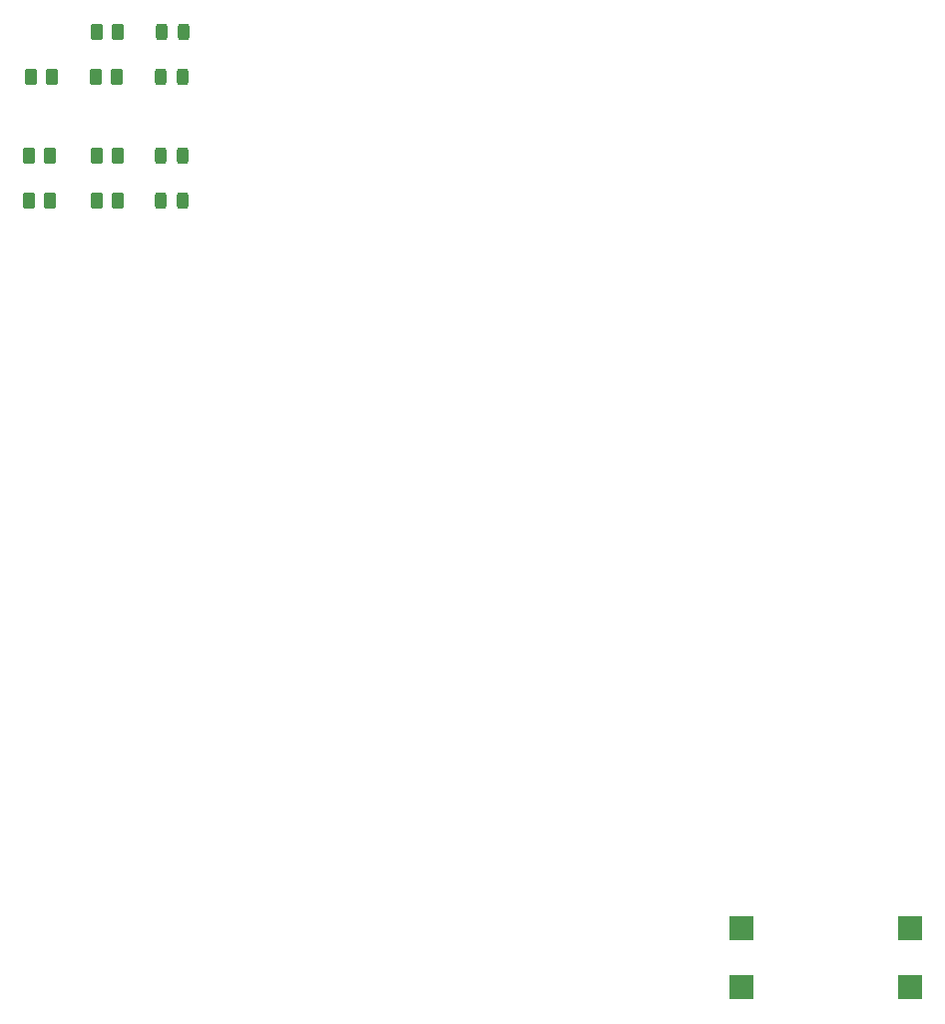
<source format=gbr>
%TF.GenerationSoftware,KiCad,Pcbnew,(6.0.7)*%
%TF.CreationDate,2023-02-04T14:26:28-06:00*%
%TF.ProjectId,ControlsSim,436f6e74-726f-46c7-9353-696d2e6b6963,rev?*%
%TF.SameCoordinates,Original*%
%TF.FileFunction,Paste,Top*%
%TF.FilePolarity,Positive*%
%FSLAX46Y46*%
G04 Gerber Fmt 4.6, Leading zero omitted, Abs format (unit mm)*
G04 Created by KiCad (PCBNEW (6.0.7)) date 2023-02-04 14:26:28*
%MOMM*%
%LPD*%
G01*
G04 APERTURE LIST*
G04 Aperture macros list*
%AMRoundRect*
0 Rectangle with rounded corners*
0 $1 Rounding radius*
0 $2 $3 $4 $5 $6 $7 $8 $9 X,Y pos of 4 corners*
0 Add a 4 corners polygon primitive as box body*
4,1,4,$2,$3,$4,$5,$6,$7,$8,$9,$2,$3,0*
0 Add four circle primitives for the rounded corners*
1,1,$1+$1,$2,$3*
1,1,$1+$1,$4,$5*
1,1,$1+$1,$6,$7*
1,1,$1+$1,$8,$9*
0 Add four rect primitives between the rounded corners*
20,1,$1+$1,$2,$3,$4,$5,0*
20,1,$1+$1,$4,$5,$6,$7,0*
20,1,$1+$1,$6,$7,$8,$9,0*
20,1,$1+$1,$8,$9,$2,$3,0*%
G04 Aperture macros list end*
%ADD10RoundRect,0.250000X0.262500X0.450000X-0.262500X0.450000X-0.262500X-0.450000X0.262500X-0.450000X0*%
%ADD11RoundRect,0.250000X-0.262500X-0.450000X0.262500X-0.450000X0.262500X0.450000X-0.262500X0.450000X0*%
%ADD12RoundRect,0.243750X-0.243750X-0.456250X0.243750X-0.456250X0.243750X0.456250X-0.243750X0.456250X0*%
%ADD13R,2.100000X2.100000*%
G04 APERTURE END LIST*
D10*
%TO.C,R6*%
X114350000Y-67750000D03*
X112525000Y-67750000D03*
%TD*%
D11*
%TO.C,R3*%
X112587500Y-78250000D03*
X114412500Y-78250000D03*
%TD*%
D12*
%TO.C,D4*%
X118062500Y-67750000D03*
X119937500Y-67750000D03*
%TD*%
D11*
%TO.C,R4*%
X106837500Y-78250000D03*
X108662500Y-78250000D03*
%TD*%
D12*
%TO.C,D2*%
X118062500Y-78250000D03*
X119937500Y-78250000D03*
%TD*%
D10*
%TO.C,R2*%
X108662500Y-74500000D03*
X106837500Y-74500000D03*
%TD*%
D12*
%TO.C,D3*%
X118125000Y-64000000D03*
X120000000Y-64000000D03*
%TD*%
%TO.C,D1*%
X118062500Y-74500000D03*
X119937500Y-74500000D03*
%TD*%
D10*
%TO.C,R7*%
X108850000Y-67750000D03*
X107025000Y-67750000D03*
%TD*%
D13*
%TO.C,S1*%
X167350000Y-140000000D03*
X181650000Y-140000000D03*
X167350000Y-145000000D03*
X181650000Y-145000000D03*
%TD*%
D10*
%TO.C,R1*%
X114412500Y-74500000D03*
X112587500Y-74500000D03*
%TD*%
%TO.C,R5*%
X114412500Y-64000000D03*
X112587500Y-64000000D03*
%TD*%
M02*

</source>
